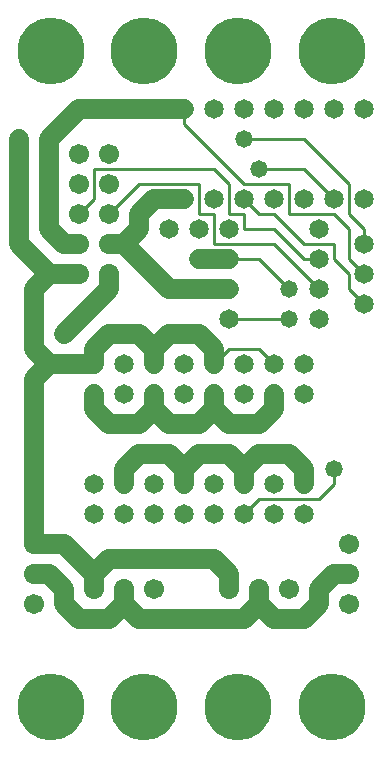
<source format=gbl>
%MOIN*%
%FSLAX25Y25*%
G04 D10 used for Character Trace; *
G04     Circle (OD=.01000) (No hole)*
G04 D11 used for Power Trace; *
G04     Circle (OD=.06500) (No hole)*
G04 D12 used for Signal Trace; *
G04     Circle (OD=.01100) (No hole)*
G04 D13 used for Via; *
G04     Circle (OD=.05800) (Round. Hole ID=.02800)*
G04 D14 used for Component hole; *
G04     Circle (OD=.06500) (Round. Hole ID=.03500)*
G04 D15 used for Component hole; *
G04     Circle (OD=.06700) (Round. Hole ID=.04300)*
G04 D16 used for Component hole; *
G04     Circle (OD=.08100) (Round. Hole ID=.05100)*
G04 D17 used for Component hole; *
G04     Circle (OD=.08900) (Round. Hole ID=.05900)*
G04 D18 used for Component hole; *
G04     Circle (OD=.11300) (Round. Hole ID=.08300)*
G04 D19 used for Component hole; *
G04     Circle (OD=.16000) (Round. Hole ID=.13000)*
G04 D20 used for Component hole; *
G04     Circle (OD=.18300) (Round. Hole ID=.15300)*
G04 D21 used for Component hole; *
G04     Circle (OD=.22291) (Round. Hole ID=.19291)*
%ADD10C,.01000*%
%ADD11C,.06500*%
%ADD12C,.01100*%
%ADD13C,.05800*%
%ADD14C,.06500*%
%ADD15C,.06700*%
%ADD16C,.08100*%
%ADD17C,.08900*%
%ADD18C,.11300*%
%ADD19C,.16000*%
%ADD20C,.18300*%
%ADD21C,.22291*%
%IPPOS*%
%LPD*%
G90*X0Y0D02*D21*X15625Y15625D03*D11*              
X45000Y45000D02*X80000D01*X85000Y50000D01*        
X90000Y45000D01*X100000D01*X105000Y50000D01*      
Y55000D01*X110000Y60000D01*X115000D01*D15*D03*    
Y70000D03*Y50000D03*X95000Y55000D03*D14*          
X100000Y80000D03*X90000D03*D12*X85000Y85000D02*   
X105000D01*X80000Y80000D02*X85000Y85000D01*D14*   
X80000Y80000D03*X90000Y90000D03*X70000D03*        
X80000D03*D11*Y95000D01*X85000Y100000D01*         
X95000D01*X100000Y95000D01*Y90000D01*D14*D03*D12* 
X105000Y85000D02*X110000Y90000D01*Y95000D01*D13*  
D03*D11*X85000Y110000D02*X90000Y115000D01*        
X75000Y110000D02*X85000D01*X75000D02*             
X70000Y115000D01*X65000Y110000D01*X55000D01*      
X50000Y115000D01*X45000Y110000D01*X35000D01*      
X30000Y115000D01*Y120000D01*D14*D03*              
X40000Y130000D03*Y120000D03*X30000Y130000D03*D11* 
X15000D01*X10000Y125000D01*Y70000D01*D15*D03*D11* 
X20000D01*X30000Y60000D01*Y55000D01*D15*D03*D11*  
Y60000D02*X35000Y65000D01*X70000D01*              
X75000Y60000D01*Y55000D01*D15*D03*D11*            
X85000Y50000D02*Y55000D01*D15*D03*D14*            
X60000Y80000D03*X70000D03*X50000Y90000D03*        
Y80000D03*D15*Y55000D03*D14*X60000Y90000D03*D11*  
Y95000D01*X65000Y100000D01*X75000D01*             
X80000Y95000D01*X90000Y115000D02*Y120000D01*D14*  
D03*X100000Y130000D03*X80000D03*X100000Y120000D03*
X90000Y130000D03*D12*X85000Y135000D01*X75000D01*  
X70000Y130000D01*D14*D03*D11*Y135000D01*          
X65000Y140000D01*X55000D01*X50000Y135000D01*      
Y130000D01*D14*D03*D11*Y135000D02*                
X45000Y140000D01*X35000D01*X30000Y135000D01*      
Y130000D01*D13*X20000Y140000D03*D11*              
X35000Y155000D01*Y160000D01*D15*D03*              
X25000Y170000D03*D11*X20000D01*X15000Y175000D01*  
Y205000D01*X25000Y215000D01*X60000D01*D14*D03*D12*
Y210000D01*X80000Y190000D01*X95000D01*Y180000D01* 
X110000D01*X115000Y175000D01*Y165000D01*          
X120000Y160000D01*D14*D03*D12*Y150000D02*         
X115000Y155000D01*D14*X120000Y150000D03*D12*      
X115000Y155000D02*Y160000D01*X110000Y165000D01*   
Y170000D01*X100000D01*X90000Y180000D01*X85000D01* 
X80000Y185000D01*D14*D03*D12*X75000Y180000D02*    
Y190000D01*Y180000D02*X80000D01*Y175000D01*       
X90000D01*X100000Y165000D01*X105000D01*D14*D03*   
D13*X95000Y155000D03*D12*X85000Y165000D01*        
X75000D01*D14*D03*D11*X65000D01*D14*D03*D12*      
X70000Y170000D02*X90000D01*X105000Y155000D01*D14* 
D03*D13*X95000Y145000D03*D12*X75000D01*D14*D03*   
X65000Y155000D03*D11*X55000D01*X40000Y170000D01*  
X35000D01*D15*D03*D11*X40000D02*X45000Y175000D01* 
Y180000D01*X50000Y185000D01*X60000D01*D14*D03*D12*
X65000Y180000D02*X70000D01*Y170000D01*D14*        
X75000Y175000D03*X65000D03*D12*Y180000D02*        
Y190000D01*X45000D01*X35000Y180000D01*D15*D03*D12*
X25000D02*X30000Y185000D01*D15*X25000Y180000D03*  
D12*X30000Y185000D02*Y195000D01*X70000D01*        
X75000Y190000D01*D14*X70000Y185000D03*D13*        
X85000Y195000D03*D12*X100000D01*X110000Y185000D01*
D14*D03*D12*X120000Y175000D02*X115000Y180000D01*  
X120000Y170000D02*Y175000D01*D14*Y170000D03*D12*  
X115000Y180000D02*Y190000D01*X100000Y205000D01*   
X80000D01*D13*D03*D14*X90000Y215000D03*X70000D03* 
X80000D03*X100000Y185000D03*Y215000D03*           
X90000Y185000D03*D21*X109375Y234375D03*D14*       
X55000Y175000D03*D21*X78125Y234375D03*D14*        
X110000Y215000D03*X105000Y175000D03*D21*          
X46875Y234375D03*D14*X120000Y185000D03*Y215000D03*
D15*X35000Y200000D03*Y190000D03*D11*              
X65000Y155000D02*X75000D01*D14*D03*               
X60000Y130000D03*X105000Y145000D03*               
X50000Y120000D03*D11*Y115000D01*D14*              
X60000Y120000D03*D11*X40000Y95000D02*             
X45000Y100000D01*X40000Y90000D02*Y95000D01*D14*   
Y90000D03*X30000Y80000D03*D11*X45000Y100000D02*   
X55000D01*X60000Y95000D01*X70000Y115000D02*       
Y120000D01*D14*D03*X80000D03*X40000Y80000D03*     
X30000Y90000D03*D15*X25000Y160000D03*D11*         
X15000D01*X10000Y155000D01*Y135000D01*            
X15000Y130000D01*Y160000D02*X5000Y170000D01*      
Y205000D01*D13*D03*D15*X25000Y190000D03*          
Y200000D03*D21*X15625Y234375D03*D15*              
X10000Y60000D03*D11*X15000D01*X20000Y55000D01*    
Y50000D01*X25000Y45000D01*X35000D01*              
X40000Y50000D01*X45000Y45000D01*X40000Y50000D02*  
Y55000D01*D15*D03*X10000Y50000D03*D21*            
X78125Y15625D03*X46875D03*X109375D03*M02*         

</source>
